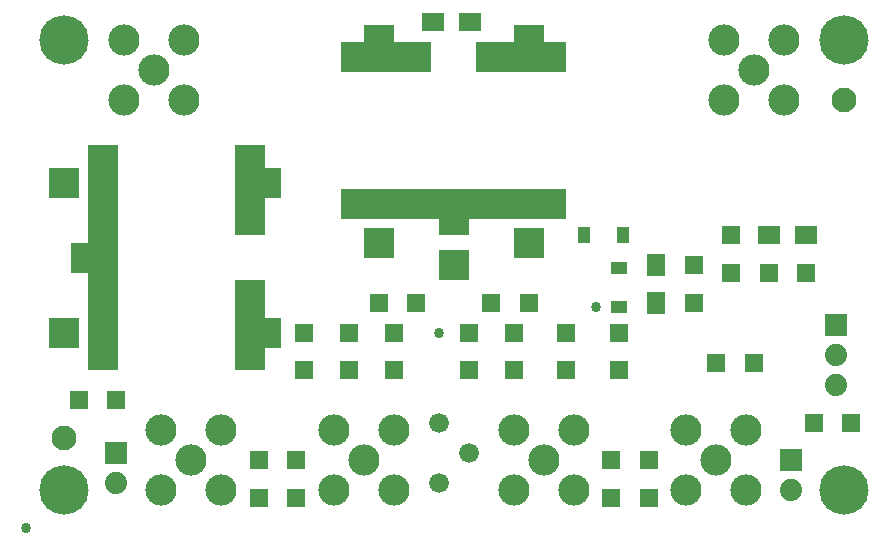
<source format=gts>
*%FSLAX24Y24*%
*%MOIN*%
G01*
%ADD11C,0.0000*%
%ADD12C,0.0040*%
%ADD13C,0.0050*%
%ADD14C,0.0060*%
%ADD15C,0.0073*%
%ADD16C,0.0080*%
%ADD17C,0.0100*%
%ADD18C,0.0120*%
%ADD19C,0.0160*%
%ADD20C,0.0200*%
%ADD21C,0.0200*%
%ADD22C,0.0240*%
%ADD23C,0.0250*%
%ADD24C,0.0300*%
%ADD25C,0.0320*%
%ADD26C,0.0340*%
%ADD27C,0.0360*%
%ADD28C,0.0394*%
%ADD29C,0.0400*%
%ADD30C,0.0434*%
%ADD31C,0.0480*%
%ADD32C,0.0500*%
%ADD33C,0.0520*%
%ADD34C,0.0560*%
%ADD35C,0.0620*%
%ADD36C,0.0650*%
%ADD37C,0.0660*%
%ADD38C,0.0670*%
%ADD39C,0.0680*%
%ADD40C,0.0700*%
%ADD41C,0.0740*%
%ADD42C,0.0827*%
%ADD43C,0.0850*%
%ADD44C,0.0870*%
%ADD45C,0.1000*%
%ADD46C,0.1040*%
%ADD47C,0.1250*%
%ADD48C,0.1600*%
%ADD49C,0.1640*%
%ADD50C,0.2250*%
%ADD51R,0.0400X0.0400*%
%ADD52R,0.0400X0.0500*%
%ADD53R,0.0440X0.0540*%
%ADD54R,0.0450X0.0300*%
%ADD55R,0.0500X0.0400*%
%ADD56R,0.0500X0.0500*%
%ADD57R,0.0500X0.0600*%
%ADD58R,0.0540X0.0440*%
%ADD59R,0.0600X0.0500*%
%ADD60R,0.0600X0.0600*%
%ADD61R,0.0600X0.0700*%
%ADD62R,0.0640X0.0640*%
%ADD63R,0.0640X0.0740*%
%ADD64R,0.0700X0.0600*%
%ADD65R,0.0700X0.0700*%
%ADD66R,0.0740X0.0640*%
%ADD67R,0.0740X0.0740*%
%ADD68R,0.1000X0.1000*%
%ADD69R,0.1000X0.1000*%
%ADD70R,0.1040X0.1040*%
D11*
X53220Y37620D02*
D03*
X52220Y41620D02*
D03*
X51720Y34370D02*
D03*
X50720Y39120D02*
D03*
Y37870D02*
D03*
X49720Y42620D02*
D03*
X49470Y38370D02*
D03*
X50470Y36120D02*
D03*
X48970D02*
D03*
X49340Y41020D02*
D03*
X47220Y48120D02*
D03*
Y46120D02*
D03*
X48470Y39370D02*
D03*
X47220Y38370D02*
D03*
Y37120D02*
D03*
X45970Y42370D02*
D03*
X46470Y35620D02*
D03*
Y37620D02*
D03*
X45220Y35620D02*
D03*
X43470Y45620D02*
D03*
Y44120D02*
D03*
X44720Y46370D02*
D03*
Y47870D02*
D03*
X43220Y40620D02*
D03*
Y36120D02*
D03*
X44220Y39870D02*
D03*
X40970Y46620D02*
D03*
X42470Y44870D02*
D03*
X41470Y34120D02*
D03*
X42470Y37870D02*
D03*
X40970Y36120D02*
D03*
X40220Y43870D02*
D03*
Y45370D02*
D03*
X39220Y32620D02*
D03*
X40720Y37870D02*
D03*
X39470Y39370D02*
D03*
Y36120D02*
D03*
X38720Y43870D02*
D03*
X38220Y46620D02*
D03*
Y37620D02*
D03*
X37970Y36120D02*
D03*
X38220Y33870D02*
D03*
X36470Y44370D02*
D03*
X36720Y46120D02*
D03*
X34970D02*
D03*
Y48120D02*
D03*
X35970Y39620D02*
D03*
Y40870D02*
D03*
X35220Y37870D02*
D03*
Y36620D02*
D03*
X34470Y44370D02*
D03*
X33470Y46120D02*
D03*
X33720Y39620D02*
D03*
Y40870D02*
D03*
Y35120D02*
D03*
X34720Y35620D02*
D03*
X31970Y46120D02*
D03*
X31720Y48120D02*
D03*
X31470Y44370D02*
D03*
Y36870D02*
D03*
X32470Y40620D02*
D03*
X32720Y36370D02*
D03*
X32220Y32370D02*
D03*
X29470Y44370D02*
D03*
X30470Y40620D02*
D03*
X28970Y36870D02*
D03*
X28720Y40620D02*
D03*
X27220Y34370D02*
D03*
X25720Y44370D02*
D03*
X26970D02*
D03*
Y45870D02*
D03*
X26220Y36370D02*
D03*
X26470Y39620D02*
D03*
D26*
X44220Y39220D02*
D03*
X38970Y38370D02*
D03*
X25220Y31870D02*
D03*
D30*
X52470Y46120D02*
D03*
X26470Y34870D02*
D03*
D37*
X38970Y35370D02*
D03*
X39970Y34370D02*
D03*
X38970Y33370D02*
D03*
D41*
X52220Y36620D02*
D03*
Y37620D02*
D03*
X50720Y33120D02*
D03*
X28220Y33370D02*
D03*
D42*
X52470Y46120D02*
D03*
X26470Y34870D02*
D03*
D46*
X50470Y48120D02*
D03*
X48470Y46120D02*
D03*
X50470D02*
D03*
X48470Y48120D02*
D03*
X49470Y47120D02*
D03*
X37470Y35120D02*
D03*
X35470Y33120D02*
D03*
X37470D02*
D03*
X35470Y35120D02*
D03*
X36470Y34120D02*
D03*
X49220Y35120D02*
D03*
X47220Y33120D02*
D03*
X49220D02*
D03*
X47220Y35120D02*
D03*
X48220Y34120D02*
D03*
X43470Y35120D02*
D03*
X41470Y33120D02*
D03*
X43470D02*
D03*
X41470Y35120D02*
D03*
X42470Y34120D02*
D03*
X30470Y48120D02*
D03*
X28470Y46120D02*
D03*
X30470D02*
D03*
X28470Y48120D02*
D03*
X29470Y47120D02*
D03*
X31720Y35120D02*
D03*
X29720Y33120D02*
D03*
X31720D02*
D03*
X29720Y35120D02*
D03*
X30720Y34120D02*
D03*
D49*
X52470Y48120D02*
D03*
Y33120D02*
D03*
X26470Y48120D02*
D03*
Y33120D02*
D03*
D53*
X43820Y41620D02*
D03*
X45120D02*
D03*
D58*
X44970Y39220D02*
D03*
Y40520D02*
D03*
D62*
X39970Y38370D02*
D03*
Y37120D02*
D03*
X41470Y38370D02*
D03*
Y37120D02*
D03*
X43220Y38370D02*
D03*
Y37120D02*
D03*
X44970Y38370D02*
D03*
Y37120D02*
D03*
X47470Y39370D02*
D03*
Y40620D02*
D03*
X48720Y40370D02*
D03*
Y41620D02*
D03*
X51220Y40370D02*
D03*
X49970D02*
D03*
X52720Y35370D02*
D03*
X51470D02*
D03*
X45970Y32870D02*
D03*
Y34120D02*
D03*
X44720Y32870D02*
D03*
Y34120D02*
D03*
X40720Y39370D02*
D03*
X41970D02*
D03*
X38220D02*
D03*
X36970D02*
D03*
X37470Y38370D02*
D03*
Y37120D02*
D03*
X49470Y37370D02*
D03*
X48220D02*
D03*
X26970Y36120D02*
D03*
X28220D02*
D03*
X32970Y32870D02*
D03*
Y34120D02*
D03*
X34220Y32870D02*
D03*
Y34120D02*
D03*
X35970Y38370D02*
D03*
Y37120D02*
D03*
X34470Y38370D02*
D03*
Y37120D02*
D03*
D63*
X46220Y40620D02*
D03*
Y39370D02*
D03*
D66*
X38770Y48720D02*
D03*
X40020D02*
D03*
X49970Y41620D02*
D03*
X51220D02*
D03*
D67*
X52220Y38620D02*
D03*
X50720Y34120D02*
D03*
X28220Y34370D02*
D03*
D69*
X36220Y42670D02*
X42720D01*
Y47570D02*
X40720D01*
X38220D02*
X36220D01*
X27770Y44120D02*
Y37620D01*
X32670D02*
Y39620D01*
Y42120D02*
Y44120D01*
D70*
X39470Y40620D02*
D03*
Y42120D02*
D03*
X41970Y48120D02*
D03*
X36970D02*
D03*
Y41370D02*
D03*
X41970D02*
D03*
X27220Y40870D02*
D03*
X33220Y38370D02*
D03*
Y43370D02*
D03*
X26470D02*
D03*
Y38370D02*
D03*
M02*

</source>
